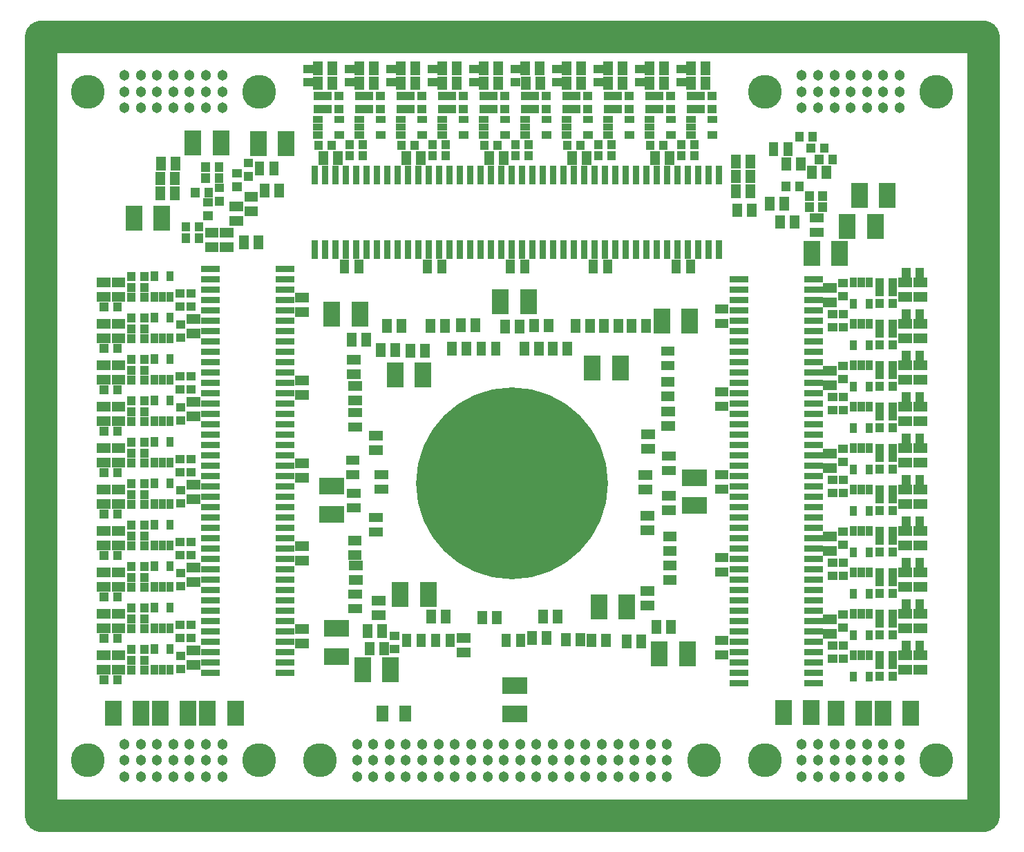
<source format=gbr>
G04 start of page 11 for group -4062 idx -4062 *
G04 Title: HETEPTANA, soldermask *
G04 Creator: pcb 1.99z *
G04 CreationDate: Mo 30 Mär 2015 16:46:13 GMT UTC *
G04 For: stephan *
G04 Format: Gerber/RS-274X *
G04 PCB-Dimensions (mil): 5511.81 4724.41 *
G04 PCB-Coordinate-Origin: lower left *
%MOIN*%
%FSLAX25Y25*%
%LNBOTTOMMASK*%
%ADD160R,0.0560X0.0560*%
%ADD159R,0.0800X0.0800*%
%ADD158C,0.1575*%
%ADD157R,0.0410X0.0410*%
%ADD156R,0.0400X0.0400*%
%ADD155R,0.0340X0.0340*%
%ADD154R,0.0460X0.0460*%
%ADD153R,0.0300X0.0300*%
%ADD152C,0.9260*%
%ADD151C,0.1181*%
%ADD150C,0.0531*%
%ADD149C,0.1635*%
%ADD148C,0.0513*%
G54D148*X263780Y66929D03*
X271654D03*
X279528D03*
X287402D03*
X295276D03*
X303150D03*
X311024D03*
X318898D03*
X326772D03*
X334646D03*
X342520D03*
X350394D03*
X255906D03*
Y74803D03*
X240157D03*
X248031D03*
X263780D03*
X271654D03*
X279528D03*
X287402D03*
X295276D03*
X303150D03*
X311024D03*
X318898D03*
X326772D03*
X334646D03*
X342520D03*
X350394D03*
X263780Y82677D03*
X271654D03*
X279528D03*
X287402D03*
X295276D03*
X303150D03*
X311024D03*
X318898D03*
X326772D03*
X334646D03*
X342520D03*
X350394D03*
G54D149*X368110Y74803D03*
X397638D03*
G54D148*X415354Y82677D03*
Y74803D03*
Y66929D03*
G54D149*X480315Y74803D03*
G54D148*X462598Y82677D03*
X454724D03*
X462598Y74803D03*
Y66929D03*
X438976Y82677D03*
X431102D03*
X423228D03*
X438976Y74803D03*
X431102D03*
X423228D03*
X446850Y82677D03*
X454724Y74803D03*
X446850D03*
X454724Y66929D03*
X446850D03*
X438976D03*
X431102D03*
X423228D03*
G54D149*X480315Y397638D03*
G54D148*X462598Y389764D03*
Y397638D03*
G54D149*X397638D03*
G54D148*X462598Y405512D03*
X454724D03*
X415354Y389764D03*
X423228D03*
X431102D03*
X415354Y397638D03*
X423228D03*
X431102D03*
X438976Y389764D03*
X446850D03*
X454724D03*
X438976Y397638D03*
X446850D03*
X454724D03*
X423228Y405512D03*
X431102D03*
X438976D03*
X446850D03*
X415354D03*
G54D150*X242126Y428150D03*
X250000D03*
X257874D03*
X265748D03*
G54D151*X275591Y425197D03*
G54D150*X285433Y428150D03*
X293307D03*
X301181D03*
X309055D03*
X316929D03*
X324803D03*
X332677D03*
X340551D03*
X348425D03*
X356299D03*
X364173D03*
X372047D03*
X379921D03*
X399606D03*
X407480D03*
X415354D03*
G54D151*X389764Y425197D03*
G54D150*X423228Y428150D03*
X431102D03*
X438976D03*
X446850D03*
X454724D03*
X462598D03*
X470472D03*
X478346D03*
X486220D03*
X494094D03*
G54D148*X224409Y66929D03*
X232283D03*
X240157D03*
X248031D03*
X200787D03*
X208661D03*
X216535D03*
X208661Y74803D03*
Y82677D03*
X216535Y74803D03*
X224409D03*
X232283D03*
G54D149*X183071D03*
G54D148*X200787D03*
Y82677D03*
X216535D03*
X224409D03*
X232283D03*
X240157D03*
X248031D03*
X255906D03*
G54D150*X187008Y44291D03*
X194882D03*
X202756D03*
X210630D03*
X218504D03*
X226378D03*
X234252D03*
X242126D03*
X250000D03*
X257874D03*
X265748D03*
X285433D03*
G54D151*X275591Y47244D03*
G54D150*X293307Y44291D03*
X301181D03*
X309055D03*
X316929D03*
X324803D03*
X332677D03*
X340551D03*
X348425D03*
X356299D03*
X364173D03*
X372047D03*
X379921D03*
X399606D03*
X407480D03*
X415354D03*
X423228D03*
X431102D03*
G54D151*X389764Y47244D03*
G54D150*X438976Y44291D03*
X446850D03*
X454724D03*
X462598D03*
X470472D03*
X478346D03*
X486220D03*
X494094D03*
G54D151*X503937Y47244D03*
G54D150*X506890Y59055D03*
Y66929D03*
Y74803D03*
Y82677D03*
Y90551D03*
Y98425D03*
Y106299D03*
Y114173D03*
Y122047D03*
Y129921D03*
Y153543D03*
Y161417D03*
Y169291D03*
Y177165D03*
Y185039D03*
Y192913D03*
G54D151*X503937Y141732D03*
G54D150*X506890Y200787D03*
Y208661D03*
Y216535D03*
Y224409D03*
Y248031D03*
Y255906D03*
Y263780D03*
Y271654D03*
G54D151*X503937Y236220D03*
Y330709D03*
G54D150*X506890Y279528D03*
Y287402D03*
Y295276D03*
Y303150D03*
Y311024D03*
Y318898D03*
Y342520D03*
Y350394D03*
Y358268D03*
Y366142D03*
Y374016D03*
Y381890D03*
Y389764D03*
Y397638D03*
Y405512D03*
Y413386D03*
G54D151*X503937Y425197D03*
G54D149*X70866Y397638D03*
G54D148*X88583Y405512D03*
Y397638D03*
Y389764D03*
X96457D03*
X112205Y405512D03*
X104331D03*
X96457D03*
X112205Y397638D03*
X104331D03*
X96457D03*
G54D150*X57087Y428150D03*
X64961D03*
X72835D03*
X80709D03*
G54D149*X153543Y397638D03*
G54D148*X135827Y405512D03*
X127953D03*
X120079D03*
X135827Y397638D03*
X127953D03*
X120079D03*
X127953Y389764D03*
X120079D03*
X112205D03*
X104331D03*
X135827D03*
G54D150*X88583Y428150D03*
X96457D03*
X104331D03*
X112205D03*
X120079D03*
X127953D03*
X135827D03*
X143701D03*
X171260D03*
X179134D03*
X187008D03*
X194882D03*
X202756D03*
X210630D03*
X218504D03*
X226378D03*
X234252D03*
G54D151*X161417Y425197D03*
G54D149*X153543Y74803D03*
G54D148*X135827Y66929D03*
Y74803D03*
Y82677D03*
X127953D03*
X112205Y66929D03*
X120079D03*
X127953D03*
X112205Y74803D03*
X120079D03*
X127953D03*
G54D149*X70866D03*
G54D148*X88583Y66929D03*
X96457D03*
X104331D03*
X88583Y74803D03*
X96457D03*
X104331D03*
X96457Y82677D03*
X104331D03*
X112205D03*
X120079D03*
X88583D03*
G54D150*X57087Y44291D03*
X64961D03*
X72835D03*
X80709D03*
X88583D03*
X96457D03*
G54D151*X47244Y47244D03*
G54D150*X104331Y44291D03*
X112205D03*
X120079D03*
X127953D03*
X135827D03*
X143701D03*
X171260D03*
X179134D03*
G54D151*X161417Y47244D03*
G54D150*X44291Y59055D03*
Y66929D03*
Y74803D03*
Y82677D03*
Y90551D03*
Y98425D03*
Y106299D03*
Y114173D03*
Y122047D03*
Y129921D03*
Y153543D03*
Y161417D03*
Y169291D03*
G54D151*X47244Y141732D03*
G54D150*X44291Y177165D03*
Y185039D03*
Y192913D03*
Y200787D03*
Y208661D03*
Y216535D03*
Y224409D03*
G54D151*X47244Y236220D03*
Y330709D03*
Y425197D03*
G54D150*X44291Y248031D03*
Y255906D03*
Y263780D03*
Y271654D03*
Y279528D03*
Y287402D03*
Y295276D03*
Y303150D03*
Y311024D03*
Y318898D03*
Y342520D03*
Y350394D03*
Y358268D03*
Y366142D03*
Y374016D03*
Y381890D03*
Y389764D03*
Y397638D03*
Y405512D03*
Y413386D03*
G54D152*X275591Y208661D03*
G54D153*X127000Y276941D02*X133000D01*
X127000Y281941D02*X133000D01*
X127000Y286941D02*X133000D01*
X127000Y306941D02*X133000D01*
X127000Y311941D02*X133000D01*
X127000Y291941D02*X133000D01*
X127000Y296941D02*X133000D01*
X127000Y301941D02*X133000D01*
G54D154*X129750Y329441D02*X131750D01*
X129750Y322441D02*X131750D01*
X137000Y329441D02*X139000D01*
X137000Y322441D02*X139000D01*
G54D153*X127000Y241941D02*X133000D01*
X127000Y246941D02*X133000D01*
X127000Y251941D02*X133000D01*
X127000Y256941D02*X133000D01*
X127000Y261941D02*X133000D01*
X127000Y266941D02*X133000D01*
X127000Y271941D02*X133000D01*
X163000Y311941D02*X169000D01*
X163000Y306941D02*X169000D01*
X163000Y301941D02*X169000D01*
X163000Y296941D02*X169000D01*
X163000Y291941D02*X169000D01*
G54D154*X160750Y361441D02*Y359441D01*
X153750Y361441D02*Y359441D01*
X153250Y325941D02*Y323941D01*
X156250Y350941D02*Y348941D01*
X163250Y350941D02*Y348941D01*
X146250Y325941D02*Y323941D01*
X141500Y342191D02*X143500D01*
X141500Y335191D02*X143500D01*
X148750Y346941D02*X150750D01*
X148750Y339941D02*X150750D01*
G54D153*X127000Y236941D02*X133000D01*
X127000Y231941D02*X133000D01*
X127000Y216941D02*X133000D01*
X127000Y221941D02*X133000D01*
X127000Y226941D02*X133000D01*
G54D155*X110700Y229241D02*Y228041D01*
G54D156*X120550Y220141D02*X120950D01*
G54D154*X121000Y240941D02*X123000D01*
G54D156*X115550Y245141D02*X115950D01*
X115550Y238741D02*X115950D01*
G54D153*X163000Y246941D02*X169000D01*
X163000Y241941D02*X169000D01*
X163000Y236941D02*X169000D01*
X163000Y231941D02*X169000D01*
X163000Y226941D02*X169000D01*
X163000Y221941D02*X169000D01*
X163000Y216941D02*X169000D01*
X163000Y211941D02*X169000D01*
X127000Y201941D02*X133000D01*
X127000Y206941D02*X133000D01*
X127000Y211941D02*X133000D01*
G54D154*X121000Y207941D02*X123000D01*
G54D156*X115550Y205141D02*X115950D01*
X115300Y213741D02*X115700D01*
X120550D02*X120950D01*
G54D155*X110700Y199041D02*Y197841D01*
X106900Y199041D02*Y197841D01*
X103100Y199041D02*Y197841D01*
X110700Y189241D02*Y188041D01*
G54D156*X115550Y198741D02*X115950D01*
X115550Y125141D02*X115950D01*
X115550Y118741D02*X115950D01*
X115550Y165141D02*X115950D01*
X115550Y158741D02*X115950D01*
X98200Y208641D02*Y208241D01*
Y203141D02*Y202741D01*
X91800Y208641D02*Y208241D01*
Y198641D02*Y198241D01*
Y203141D02*Y202741D01*
Y188641D02*Y188241D01*
G54D155*X103100Y189241D02*Y188041D01*
G54D156*X98200Y198641D02*Y198241D01*
Y188641D02*Y188241D01*
Y228641D02*Y228241D01*
G54D155*X103100Y229241D02*Y228041D01*
G54D156*X98200Y223141D02*Y222741D01*
X91800Y228641D02*Y228241D01*
Y223141D02*Y222741D01*
X115300Y220141D02*X115700D01*
G54D155*X110700Y219041D02*Y217841D01*
X106900Y219041D02*Y217841D01*
X103100Y219041D02*Y217841D01*
G54D156*X98200Y218641D02*Y218241D01*
X91800Y218641D02*Y218241D01*
G54D155*X110700Y239041D02*Y237841D01*
X106900Y239041D02*Y237841D01*
X110700Y249241D02*Y248041D01*
G54D154*X121000Y247941D02*X123000D01*
X121000Y167941D02*X123000D01*
G54D156*X120550Y140141D02*X120950D01*
X120550Y133741D02*X120950D01*
G54D154*X121000Y200941D02*X123000D01*
G54D156*X120550Y180141D02*X120950D01*
X120550Y173741D02*X120950D01*
G54D155*X103100Y249241D02*Y248041D01*
G54D156*X98200Y248641D02*Y248241D01*
X91800Y248641D02*Y248241D01*
G54D155*X103100Y239041D02*Y237841D01*
G54D156*X98200Y238641D02*Y238241D01*
X91800Y238641D02*Y238241D01*
X98200Y243141D02*Y242741D01*
X91800Y243141D02*Y242741D01*
X98200Y268641D02*Y268241D01*
G54D155*X103100Y269241D02*Y268041D01*
G54D156*X98200Y263141D02*Y262741D01*
X91800Y268641D02*Y268241D01*
Y263141D02*Y262741D01*
G54D155*X103100Y259041D02*Y257841D01*
G54D156*X98200Y258641D02*Y258241D01*
X91800Y258641D02*Y258241D01*
X115300Y253741D02*X115700D01*
X115300Y260141D02*X115700D01*
G54D155*X110700Y259041D02*Y257841D01*
X106900Y259041D02*Y257841D01*
G54D156*X120550Y260141D02*X120950D01*
X120550Y253741D02*X120950D01*
G54D155*X110700Y269241D02*Y268041D01*
X106900Y279041D02*Y277841D01*
X103100Y279041D02*Y277841D01*
G54D156*X98200Y278641D02*Y278241D01*
X91800Y278641D02*Y278241D01*
G54D155*X103100Y289241D02*Y288041D01*
G54D156*X98200Y288641D02*Y288241D01*
X91800Y288641D02*Y288241D01*
X98200Y283141D02*Y282741D01*
X91800Y283141D02*Y282741D01*
G54D157*X85200Y273891D02*Y273491D01*
X78800Y273891D02*Y273491D01*
G54D154*X77500Y285441D02*X79500D01*
X84750D02*X86750D01*
X77500Y278441D02*X79500D01*
X84750D02*X86750D01*
G54D156*X120550Y300141D02*X120950D01*
X120550Y293741D02*X120950D01*
X98200Y308641D02*Y308241D01*
X91800Y308641D02*Y308241D01*
G54D155*X103100Y309241D02*Y308041D01*
X110700Y309241D02*Y308041D01*
G54D156*X115300Y293741D02*X115700D01*
X115300Y300141D02*X115700D01*
G54D155*X110700Y299041D02*Y297841D01*
X106900Y299041D02*Y297841D01*
X103100Y299041D02*Y297841D01*
G54D156*X98200Y298641D02*Y298241D01*
X91800Y298641D02*Y298241D01*
X98200Y303141D02*Y302741D01*
X91800Y303141D02*Y302741D01*
G54D154*X77500Y305441D02*X79500D01*
X77500Y298441D02*X79500D01*
G54D157*X85200Y293891D02*Y293491D01*
X78800Y293891D02*Y293491D01*
G54D155*X110700Y279041D02*Y277841D01*
G54D154*X121000Y280941D02*X123000D01*
G54D155*X110700Y289241D02*Y288041D01*
G54D154*X121000Y287941D02*X123000D01*
G54D158*X48228Y424213D02*Y48228D01*
G54D154*X77500Y205441D02*X79500D01*
X77500Y198441D02*X79500D01*
G54D157*X85200Y213891D02*Y213491D01*
X78800Y213891D02*Y213491D01*
G54D154*X77500Y225441D02*X79500D01*
X77500Y218441D02*X79500D01*
G54D157*X85200Y233891D02*Y233491D01*
Y253891D02*Y253491D01*
X78800Y233891D02*Y233491D01*
G54D154*X77500Y245441D02*X79500D01*
G54D157*X78800Y253891D02*Y253491D01*
G54D154*X77500Y265441D02*X79500D01*
X77500Y258441D02*X79500D01*
X77500Y238441D02*X79500D01*
G54D155*X103100Y209241D02*Y208041D01*
X110700Y209241D02*Y208041D01*
G54D156*X115550Y278741D02*X115950D01*
X115550Y285141D02*X115950D01*
G54D154*X113250Y363941D02*Y361941D01*
X106250Y363941D02*Y361941D01*
X106000Y356691D02*Y354691D01*
Y349441D02*Y347441D01*
X113000Y356691D02*Y354691D01*
Y349441D02*Y347441D01*
X84750Y305441D02*X86750D01*
X84750Y298441D02*X86750D01*
X84750Y265441D02*X86750D01*
X84750Y258441D02*X86750D01*
X84750Y225441D02*X86750D01*
X84750Y218441D02*X86750D01*
X84750Y245441D02*X86750D01*
X84750Y238441D02*X86750D01*
G54D156*X91800Y178641D02*Y178241D01*
Y183141D02*Y182741D01*
G54D154*X84750Y178441D02*X86750D01*
X77500Y165441D02*X79500D01*
X77500Y158441D02*X79500D01*
G54D157*X85200Y173891D02*Y173491D01*
X78800Y173891D02*Y173491D01*
G54D154*X77500Y185441D02*X79500D01*
X77500Y178441D02*X79500D01*
G54D157*X85200Y193891D02*Y193491D01*
X78800Y193891D02*Y193491D01*
G54D154*X84750Y185441D02*X86750D01*
X84750Y205441D02*X86750D01*
X84750Y198441D02*X86750D01*
X84750Y165441D02*X86750D01*
X84750Y158441D02*X86750D01*
X77500Y125441D02*X79500D01*
X77500Y118441D02*X79500D01*
G54D157*X85200Y133891D02*Y133491D01*
X78800Y133891D02*Y133491D01*
G54D154*X77500Y145441D02*X79500D01*
X77500Y138441D02*X79500D01*
G54D157*X85200Y153891D02*Y153491D01*
X78800Y153891D02*Y153491D01*
X85200Y113891D02*Y113491D01*
X78800Y113891D02*Y113491D01*
G54D154*X84750Y145441D02*X86750D01*
X84750Y138441D02*X86750D01*
X84750Y125441D02*X86750D01*
X84750Y118441D02*X86750D01*
G54D153*X127000Y156941D02*X133000D01*
X127000Y151941D02*X133000D01*
X127000Y161941D02*X133000D01*
X127000Y166941D02*X133000D01*
X127000Y116941D02*X133000D01*
X127000Y121941D02*X133000D01*
G54D159*X142183Y99638D02*Y95638D01*
G54D153*X127000Y136941D02*X133000D01*
X127000Y141941D02*X133000D01*
X127000Y146941D02*X133000D01*
X127000Y126941D02*X133000D01*
X127000Y131941D02*X133000D01*
X163000Y166941D02*X169000D01*
X163000Y161941D02*X169000D01*
X163000Y146941D02*X169000D01*
X163000Y141941D02*X169000D01*
X163000Y136941D02*X169000D01*
X163000Y131941D02*X169000D01*
X163000Y156941D02*X169000D01*
X163000Y151941D02*X169000D01*
X163000Y206941D02*X169000D01*
X163000Y201941D02*X169000D01*
X163000Y186941D02*X169000D01*
X163000Y181941D02*X169000D01*
X163000Y176941D02*X169000D01*
X163000Y171941D02*X169000D01*
X163000Y196941D02*X169000D01*
X163000Y191941D02*X169000D01*
G54D159*X186583Y207144D02*X190583D01*
G54D154*X173250Y211191D02*X175250D01*
G54D159*X186583Y193644D02*X190583D01*
G54D154*X209039Y192083D02*X211039D01*
X339945Y192870D02*X341945D01*
X198250Y196691D02*X200250D01*
X339000Y212441D02*X341000D01*
X339000Y205441D02*X341000D01*
X211500Y205691D02*X213500D01*
X211500Y212691D02*X213500D01*
X198250Y203691D02*X200250D01*
G54D153*X163000Y126941D02*X169000D01*
X163000Y121941D02*X169000D01*
X163000Y116941D02*X169000D01*
G54D157*X218800Y128491D02*X219200D01*
G54D159*X188945Y124943D02*X192945D01*
X217000Y120691D02*Y116691D01*
X203500Y120691D02*Y116691D01*
G54D160*X213004Y98441D02*Y96441D01*
X224004Y98441D02*Y96441D01*
G54D159*X188945Y138443D02*X192945D01*
G54D157*X218800Y134891D02*X219200D01*
G54D159*X221596Y156921D02*Y152921D01*
X235096Y156921D02*Y152921D01*
G54D153*X127000Y196941D02*X133000D01*
X127000Y191941D02*X133000D01*
X127000Y171941D02*X133000D01*
X127000Y176941D02*X133000D01*
X127000Y181941D02*X133000D01*
X127000Y186941D02*X133000D01*
G54D156*X115300Y180141D02*X115700D01*
G54D155*X110700Y179041D02*Y177841D01*
X106900Y179041D02*Y177841D01*
X103100Y179041D02*Y177841D01*
G54D156*X98200Y178641D02*Y178241D01*
Y183141D02*Y182741D01*
G54D155*X110700Y159041D02*Y157841D01*
Y169241D02*Y168041D01*
G54D156*X115300Y173741D02*X115700D01*
G54D154*X121000Y160941D02*X123000D01*
G54D155*X106900Y159041D02*Y157841D01*
X110700Y149241D02*Y148041D01*
X103100Y159041D02*Y157841D01*
G54D156*X98200Y158641D02*Y158241D01*
Y148641D02*Y148241D01*
X91800Y148641D02*Y148241D01*
G54D155*X103100Y149241D02*Y148041D01*
Y169241D02*Y168041D01*
G54D156*X91800Y158641D02*Y158241D01*
X98200Y163141D02*Y162741D01*
Y168641D02*Y168241D01*
X91800Y168641D02*Y168241D01*
Y163141D02*Y162741D01*
G54D155*X103100Y129241D02*Y128041D01*
X110700Y129241D02*Y128041D01*
Y139041D02*Y137841D01*
X106900Y139041D02*Y137841D01*
X103100Y139041D02*Y137841D01*
G54D156*X98200Y128641D02*Y128241D01*
Y118641D02*Y118241D01*
Y123141D02*Y122741D01*
Y138641D02*Y138241D01*
Y143141D02*Y142741D01*
X91800Y128641D02*Y128241D01*
Y118641D02*Y118241D01*
Y123141D02*Y122741D01*
Y138641D02*Y138241D01*
Y143141D02*Y142741D01*
G54D159*X119348Y99638D02*Y95638D01*
X128683Y99638D02*Y95638D01*
G54D154*X121000Y120941D02*X123000D01*
G54D159*X105848Y99638D02*Y95638D01*
X83211Y99638D02*Y95638D01*
X96711Y99638D02*Y95638D01*
G54D155*X110700Y119041D02*Y117841D01*
X106900Y119041D02*Y117841D01*
X103100Y119041D02*Y117841D01*
G54D154*X121000Y127941D02*X123000D01*
G54D156*X115300Y133741D02*X115700D01*
X115300Y140141D02*X115700D01*
G54D159*X202222Y292157D02*Y288157D01*
X188722Y292157D02*Y288157D01*
G54D154*X194750Y314191D02*Y312191D01*
X201750Y314191D02*Y312191D01*
X198250Y278941D02*Y276941D01*
X205250Y278941D02*Y276941D01*
X198250Y268191D02*X200250D01*
X184500Y366441D02*Y364441D01*
X191500Y366441D02*Y364441D01*
G54D156*X203700Y366891D02*Y366491D01*
X197300Y366891D02*Y366491D01*
G54D154*X189000Y402691D02*Y400691D01*
G54D157*X197050Y402241D02*X197450D01*
G54D154*X189000Y409941D02*Y407941D01*
X182000Y402691D02*Y400691D01*
Y409941D02*Y407941D01*
G54D157*X177050Y402241D02*X177450D01*
X177050Y408641D02*X177450D01*
G54D154*X209000Y402691D02*Y400691D01*
X202000Y402691D02*Y400691D01*
X209000Y409941D02*Y407941D01*
X202000Y409941D02*Y407941D01*
G54D157*X197050Y408641D02*X197450D01*
G54D159*X219234Y263024D02*Y259024D01*
G54D154*X219248Y273835D02*Y271835D01*
X241750Y314191D02*Y312191D01*
G54D156*X237300Y366891D02*Y366491D01*
G54D154*X222250Y285441D02*Y283441D01*
X236165Y285508D02*Y283508D01*
X243165Y285508D02*Y283508D01*
X226618Y273638D02*Y271638D01*
X233618Y273638D02*Y271638D01*
G54D159*X232734Y263024D02*Y259024D01*
G54D154*X246500Y274441D02*Y272441D01*
X253500Y274441D02*Y272441D01*
X260750Y274441D02*Y272441D01*
X212248Y273835D02*Y271835D01*
X215250Y285441D02*Y283441D01*
X234750Y314191D02*Y312191D01*
X251000Y285941D02*Y283941D01*
X258000Y285941D02*Y283941D01*
X286250Y285691D02*Y283691D01*
X293250Y285691D02*Y283691D01*
X306250Y285441D02*Y283441D01*
X340250Y285441D02*Y283441D01*
X333250Y285441D02*Y283441D01*
X327000Y285441D02*Y283441D01*
X320000Y285441D02*Y283441D01*
X313250Y285441D02*Y283441D01*
G54D153*X163000Y266941D02*X169000D01*
X163000Y261941D02*X169000D01*
X163000Y256941D02*X169000D01*
X163000Y251941D02*X169000D01*
G54D154*X198250Y261191D02*X200250D01*
X199000Y248441D02*X201000D01*
X199000Y255441D02*X201000D01*
X208843Y224453D02*X210843D01*
X208843Y231453D02*X210843D01*
X199000Y235691D02*X201000D01*
X199000Y242691D02*X201000D01*
X173250Y218191D02*X175250D01*
X173250Y251191D02*X175250D01*
X173250Y258191D02*X175250D01*
X197750Y212691D02*X199750D01*
X197750Y219691D02*X199750D01*
G54D153*X163000Y286941D02*X169000D01*
X163000Y281941D02*X169000D01*
X163000Y276941D02*X169000D01*
X163000Y271941D02*X169000D01*
G54D154*X173250Y291191D02*X175250D01*
X173250Y298191D02*X175250D01*
X274750Y314191D02*Y312191D01*
X281750Y314191D02*Y312191D01*
X314750Y314191D02*Y312191D01*
X321750Y314191D02*Y312191D01*
X304500Y366441D02*Y364441D01*
X311500Y366441D02*Y364441D01*
G54D156*X323700Y366891D02*Y366491D01*
X317300Y366891D02*Y366491D01*
G54D154*X340339Y232240D02*X342339D01*
X340339Y225240D02*X342339D01*
X281500Y274441D02*Y272441D01*
X272250Y285191D02*Y283191D01*
X279250Y285191D02*Y283191D01*
X267750Y274441D02*Y272441D01*
X288500Y274441D02*Y272441D01*
X295250Y274441D02*Y272441D01*
X302250Y274441D02*Y272441D01*
G54D160*X273803Y248610D02*X275803D01*
X273803Y237610D02*X275803D01*
G54D154*X224500Y366441D02*Y364441D01*
G54D156*X243700Y366891D02*Y366491D01*
G54D154*X229000Y402691D02*Y400691D01*
X222000Y402691D02*Y400691D01*
G54D157*X237050Y402241D02*X237450D01*
G54D154*X231500Y366441D02*Y364441D01*
X264500Y366441D02*Y364441D01*
X271500Y366441D02*Y364441D01*
G54D156*X283700Y366891D02*Y366491D01*
X277300Y366891D02*Y366491D01*
G54D154*X269000Y402691D02*Y400691D01*
X262000Y402691D02*Y400691D01*
X249000Y402691D02*Y400691D01*
X242000Y402691D02*Y400691D01*
G54D157*X257050Y402241D02*X257450D01*
X277050D02*X277450D01*
X217050D02*X217450D01*
G54D154*X289250Y402691D02*Y400691D01*
X282250Y402691D02*Y400691D01*
X309000Y402691D02*Y400691D01*
X302000Y402691D02*Y400691D01*
G54D157*X317050Y402241D02*X317450D01*
X297050D02*X297450D01*
G54D154*X329000Y402691D02*Y400691D01*
Y409941D02*Y407941D01*
X322000Y402691D02*Y400691D01*
Y409941D02*Y407941D01*
G54D157*X317050Y408641D02*X317450D01*
G54D154*X342000Y402691D02*Y400691D01*
G54D157*X337050Y402241D02*X337450D01*
X337050Y408641D02*X337450D01*
G54D154*X309000Y409941D02*Y407941D01*
X302000Y409941D02*Y407941D01*
G54D157*X297050Y408641D02*X297450D01*
G54D154*X289000Y409941D02*Y407941D01*
X282000Y409941D02*Y407941D01*
G54D157*X277050Y408641D02*X277450D01*
G54D154*X269000Y409941D02*Y407941D01*
X262000Y409941D02*Y407941D01*
G54D157*X257050Y408641D02*X257450D01*
G54D154*X249000Y409941D02*Y407941D01*
X242000Y409941D02*Y407941D01*
G54D157*X237050Y408641D02*X237450D01*
G54D154*X229000Y409941D02*Y407941D01*
X222000Y409941D02*Y407941D01*
G54D157*X217050Y408641D02*X217450D01*
G54D153*X260500Y360441D02*Y354441D01*
X255500Y360441D02*Y354441D01*
X265500Y360441D02*Y354441D01*
X240500Y360441D02*Y354441D01*
X245500Y360441D02*Y354441D01*
X250500Y360441D02*Y354441D01*
X270500Y324441D02*Y318441D01*
X265500Y324441D02*Y318441D01*
X250500Y324441D02*Y318441D01*
X245500Y324441D02*Y318441D01*
X240500Y324441D02*Y318441D01*
X235500Y324441D02*Y318441D01*
X260500Y324441D02*Y318441D01*
X255500Y324441D02*Y318441D01*
G54D156*X228700Y371891D02*Y371491D01*
X237300Y372141D02*Y371741D01*
X243700Y372141D02*Y371741D01*
X222300Y371891D02*Y371491D01*
G54D155*X221400Y376741D02*X222600D01*
X221400Y380541D02*X222600D01*
X221400Y384341D02*X222600D01*
X231600Y376741D02*X232800D01*
X251600Y384341D02*X252800D01*
X251600Y376741D02*X252800D01*
X241400D02*X242600D01*
X241400Y380541D02*X242600D01*
X241400Y384341D02*X242600D01*
G54D153*X220500Y360441D02*Y354441D01*
X215500Y360441D02*Y354441D01*
X190500Y360441D02*Y354441D01*
X195500Y360441D02*Y354441D01*
X225500Y360441D02*Y354441D01*
X230500Y360441D02*Y354441D01*
X235500Y360441D02*Y354441D01*
X200500Y360441D02*Y354441D01*
X205500Y360441D02*Y354441D01*
X210500Y360441D02*Y354441D01*
X230500Y324441D02*Y318441D01*
X225500Y324441D02*Y318441D01*
X210500Y324441D02*Y318441D01*
X205500Y324441D02*Y318441D01*
X200500Y324441D02*Y318441D01*
X195500Y324441D02*Y318441D01*
X220500Y324441D02*Y318441D01*
X215500Y324441D02*Y318441D01*
X190500Y324441D02*Y318441D01*
X185500Y324441D02*Y318441D01*
X180500Y324441D02*Y318441D01*
G54D155*X231600Y384341D02*X232800D01*
G54D156*X231800Y389241D02*X232200D01*
X231800Y395641D02*X232200D01*
X251800Y389241D02*X252200D01*
X251800Y395641D02*X252200D01*
X241800Y389241D02*X242200D01*
X241800Y395641D02*X242200D01*
X246300D02*X246700D01*
X246300Y389241D02*X246700D01*
G54D155*X211600Y384341D02*X212800D01*
X211600Y376741D02*X212800D01*
X191600D02*X192800D01*
G54D156*X197300Y372141D02*Y371741D01*
X203700Y372141D02*Y371741D01*
G54D155*X201400Y376741D02*X202600D01*
X201400Y380541D02*X202600D01*
X201400Y384341D02*X202600D01*
G54D156*X221800Y389241D02*X222200D01*
X226300D02*X226700D01*
X211800D02*X212200D01*
X221800Y395641D02*X222200D01*
X226300D02*X226700D01*
X211800D02*X212200D01*
X201800Y389241D02*X202200D01*
X201800Y395641D02*X202200D01*
X206300Y389241D02*X206700D01*
X206300Y395641D02*X206700D01*
X188700Y371891D02*Y371491D01*
X182300Y371891D02*Y371491D01*
G54D155*X191600Y384341D02*X192800D01*
G54D156*X191800Y389241D02*X192200D01*
X191800Y395641D02*X192200D01*
G54D155*X181400Y376741D02*X182600D01*
X181400Y380541D02*X182600D01*
X181400Y384341D02*X182600D01*
G54D159*X166593Y374638D02*Y370638D01*
G54D156*X181800Y389241D02*X182200D01*
X181800Y395641D02*X182200D01*
X186300Y389241D02*X186700D01*
X186300Y395641D02*X186700D01*
G54D158*X48228Y424213D02*X502953D01*
G54D153*X180500Y360441D02*Y354441D01*
X185500Y360441D02*Y354441D01*
G54D157*X414200Y352141D02*Y351741D01*
X407800Y352141D02*Y351741D01*
X148300Y363141D02*X148700D01*
X148300Y356741D02*X148700D01*
X142800Y358141D02*X143200D01*
X142800Y351741D02*X143200D01*
G54D159*X135191Y374744D02*Y370744D01*
X121691Y374744D02*Y370744D01*
X153093Y374638D02*Y370638D01*
G54D157*X134300Y351141D02*X134700D01*
X129200Y349141D02*Y348741D01*
X134200Y356141D02*Y355741D01*
Y361391D02*Y360991D01*
X128800Y344141D02*X129200D01*
X127800Y356141D02*Y355741D01*
Y361391D02*Y360991D01*
X118300Y332641D02*Y332241D01*
X124700Y332641D02*Y332241D01*
G54D159*X106750Y338441D02*Y334441D01*
X93250Y338441D02*Y334441D01*
G54D157*X128800Y337741D02*X129200D01*
X134300Y344741D02*X134700D01*
X122800Y349141D02*Y348741D01*
X124700Y327141D02*Y326741D01*
X118300Y327141D02*Y326741D01*
G54D153*X300500Y360441D02*Y354441D01*
X295500Y360441D02*Y354441D01*
X320500Y360441D02*Y354441D01*
X325500Y360441D02*Y354441D01*
X330500Y360441D02*Y354441D01*
X335500Y360441D02*Y354441D01*
X305500Y360441D02*Y354441D01*
X310500Y360441D02*Y354441D01*
X315500Y360441D02*Y354441D01*
X290500Y324441D02*Y318441D01*
X285500Y324441D02*Y318441D01*
X280500Y324441D02*Y318441D01*
X275500Y324441D02*Y318441D01*
X300500Y324441D02*Y318441D01*
X295500Y324441D02*Y318441D01*
G54D159*X283522Y298063D02*Y294063D01*
X270022Y298063D02*Y294063D01*
G54D153*X310500Y324441D02*Y318441D01*
X305500Y324441D02*Y318441D01*
X375500Y324441D02*Y318441D01*
X370500Y324441D02*Y318441D01*
X365500Y324441D02*Y318441D01*
X360500Y324441D02*Y318441D01*
X355500Y324441D02*Y318441D01*
Y360441D02*Y354441D01*
X360500Y360441D02*Y354441D01*
X340500Y360441D02*Y354441D01*
X345500Y360441D02*Y354441D01*
X350500Y360441D02*Y354441D01*
X375500Y360441D02*Y354441D01*
X365500Y360441D02*Y354441D01*
X370500Y360441D02*Y354441D01*
X350500Y324441D02*Y318441D01*
X345500Y324441D02*Y318441D01*
G54D159*X347778Y288811D02*Y284811D01*
X361278Y288811D02*Y284811D01*
G54D153*X270500Y360441D02*Y354441D01*
X275500Y360441D02*Y354441D01*
G54D156*X268700Y371891D02*Y371491D01*
G54D153*X280500Y360441D02*Y354441D01*
X285500Y360441D02*Y354441D01*
X290500Y360441D02*Y354441D01*
G54D156*X277300Y372141D02*Y371741D01*
X283700Y372141D02*Y371741D01*
G54D155*X281400Y376741D02*X282600D01*
X291600D02*X292800D01*
G54D156*X262300Y371891D02*Y371491D01*
G54D155*X261400Y376741D02*X262600D01*
X271600D02*X272800D01*
X271600Y384341D02*X272800D01*
G54D156*X271800Y389241D02*X272200D01*
X271800Y395641D02*X272200D01*
G54D155*X261400Y380541D02*X262600D01*
X261400Y384341D02*X262600D01*
G54D156*X261800Y389241D02*X262200D01*
X261800Y395641D02*X262200D01*
X266300Y389241D02*X266700D01*
X266300Y395641D02*X266700D01*
X291800Y389241D02*X292200D01*
G54D155*X291600Y384341D02*X292800D01*
G54D156*X286300Y389241D02*X286700D01*
X291800Y395641D02*X292200D01*
X281800D02*X282200D01*
X286300D02*X286700D01*
G54D155*X281400Y380541D02*X282600D01*
X281400Y384341D02*X282600D01*
G54D156*X281800Y389241D02*X282200D01*
X308700Y371891D02*Y371491D01*
G54D155*X311600Y376741D02*X312800D01*
G54D156*X317300Y372141D02*Y371741D01*
X302300Y371891D02*Y371491D01*
G54D155*X301400Y376741D02*X302600D01*
X301400Y380541D02*X302600D01*
X301400Y384341D02*X302600D01*
X311600D02*X312800D01*
G54D156*X311800Y389241D02*X312200D01*
X311800Y395641D02*X312200D01*
X301800Y389241D02*X302200D01*
X306300D02*X306700D01*
X331800D02*X332200D01*
X321800D02*X322200D01*
X326300D02*X326700D01*
X301800Y395641D02*X302200D01*
X306300D02*X306700D01*
X331800D02*X332200D01*
X321800D02*X322200D01*
X326300D02*X326700D01*
X323700Y372141D02*Y371741D01*
G54D155*X321400Y376741D02*X322600D01*
X321400Y380541D02*X322600D01*
X321400Y384341D02*X322600D01*
X331600D02*X332800D01*
X341400D02*X342600D01*
G54D156*X341800Y389241D02*X342200D01*
X346300D02*X346700D01*
G54D155*X331600Y376741D02*X332800D01*
X341400D02*X342600D01*
X341400Y380541D02*X342600D01*
G54D156*X348700Y371891D02*Y371491D01*
X342300Y371891D02*Y371491D01*
G54D155*X351600Y376741D02*X352800D01*
G54D156*X351800Y389241D02*X352200D01*
X351800Y395641D02*X352200D01*
X341800D02*X342200D01*
X346300D02*X346700D01*
G54D155*X351600Y384341D02*X352800D01*
G54D156*X371800Y395641D02*X372200D01*
X357300Y372141D02*Y371741D01*
X363700Y372141D02*Y371741D01*
G54D155*X361400Y376741D02*X362600D01*
G54D156*X371800Y389241D02*X372200D01*
G54D155*X371600Y384341D02*X372800D01*
X371600Y376741D02*X372800D01*
X361400Y380541D02*X362600D01*
X361400Y384341D02*X362600D01*
G54D156*X361800Y389241D02*X362200D01*
X361800Y395641D02*X362200D01*
X366300Y389241D02*X366700D01*
X366300Y395641D02*X366700D01*
G54D157*X357050Y402241D02*X357450D01*
X357050Y408641D02*X357450D01*
G54D154*X369000Y409941D02*Y407941D01*
X362000Y409941D02*Y407941D01*
G54D153*X340500Y324441D02*Y318441D01*
X335500Y324441D02*Y318441D01*
X330500Y324441D02*Y318441D01*
X325500Y324441D02*Y318441D01*
X320500Y324441D02*Y318441D01*
X315500Y324441D02*Y318441D01*
G54D159*X327813Y266173D02*Y262173D01*
X314313Y266173D02*Y262173D01*
G54D153*X418000Y226941D02*X424000D01*
X418000Y231941D02*X424000D01*
X418000Y221941D02*X424000D01*
X418000Y246941D02*X424000D01*
X418000Y241941D02*X424000D01*
X418000Y236941D02*X424000D01*
X382000Y216941D02*X388000D01*
X382000Y221941D02*X388000D01*
X382000Y236941D02*X388000D01*
X382000Y241941D02*X388000D01*
X382000Y246941D02*X388000D01*
X382000Y251941D02*X388000D01*
X382000Y226941D02*X388000D01*
X382000Y231941D02*X388000D01*
G54D156*X435050Y258741D02*X435450D01*
X435300Y250141D02*X435700D01*
X435300Y243741D02*X435700D01*
X435050Y265141D02*X435450D01*
G54D155*X440300Y266041D02*Y264841D01*
X444100Y266041D02*Y264841D01*
X447900Y266041D02*Y264841D01*
X440300Y255841D02*Y254641D01*
X447900Y235841D02*Y234641D01*
X440300Y235841D02*Y234641D01*
Y246041D02*Y244841D01*
X444100Y246041D02*Y244841D01*
X447900Y246041D02*Y244841D01*
G54D153*X418000Y266941D02*X424000D01*
X418000Y271941D02*X424000D01*
X418000Y296941D02*X424000D01*
X418000Y291941D02*X424000D01*
X418000Y261941D02*X424000D01*
X418000Y256941D02*X424000D01*
X418000Y251941D02*X424000D01*
X418000Y286941D02*X424000D01*
X418000Y281941D02*X424000D01*
X418000Y276941D02*X424000D01*
X382000Y256941D02*X388000D01*
X382000Y261941D02*X388000D01*
X382000Y276941D02*X388000D01*
X382000Y281941D02*X388000D01*
X382000Y286941D02*X388000D01*
X382000Y291941D02*X388000D01*
X382000Y266941D02*X388000D01*
X382000Y271941D02*X388000D01*
X382000Y296941D02*X388000D01*
X382000Y301941D02*X388000D01*
X382000Y306941D02*X388000D01*
G54D155*X447900Y275841D02*Y274641D01*
X440300Y275841D02*Y274641D01*
Y295841D02*Y294641D01*
G54D156*X435300Y290141D02*X435700D01*
X435300Y283741D02*X435700D01*
G54D155*X440300Y286041D02*Y284841D01*
X444100Y286041D02*Y284841D01*
X447900Y286041D02*Y284841D01*
G54D156*X435050Y298741D02*X435450D01*
X435050Y305141D02*X435450D01*
G54D155*X447900Y295841D02*Y294641D01*
G54D156*X452800Y295641D02*Y295241D01*
X459200Y295641D02*Y295241D01*
G54D155*X440300Y306041D02*Y304841D01*
X444100Y306041D02*Y304841D01*
X447900Y306041D02*Y304841D01*
G54D156*X452800Y305641D02*Y305241D01*
X459200Y305641D02*Y305241D01*
X452800Y301141D02*Y300741D01*
X459200Y301141D02*Y300741D01*
G54D153*X418000Y306941D02*X424000D01*
X418000Y301941D02*X424000D01*
G54D159*X420219Y321488D02*Y317488D01*
X433719Y321488D02*Y317488D01*
G54D157*X425450Y342141D02*Y341741D01*
X419050Y342141D02*Y341741D01*
Y347391D02*Y346991D01*
X425450Y347391D02*Y346991D01*
X420700Y376141D02*Y375741D01*
X419800Y370641D02*Y370241D01*
X414300Y376141D02*Y375741D01*
X430200Y365141D02*Y364741D01*
X423800Y365141D02*Y364741D01*
X426200Y370641D02*Y370241D01*
G54D159*X437344Y334480D02*Y330480D01*
X450844Y334480D02*Y330480D01*
X443250Y349638D02*Y345638D01*
X456750Y349638D02*Y345638D01*
G54D155*X447900Y255841D02*Y254641D01*
G54D156*X452800Y255641D02*Y255241D01*
X459200Y255641D02*Y255241D01*
X452800Y235641D02*Y235241D01*
X459200Y235641D02*Y235241D01*
X452800Y245641D02*Y245241D01*
X459200Y245641D02*Y245241D01*
Y241141D02*Y240741D01*
X452800Y241141D02*Y240741D01*
Y265641D02*Y265241D01*
Y261141D02*Y260741D01*
Y275641D02*Y275241D01*
X459200Y265641D02*Y265241D01*
Y261141D02*Y260741D01*
Y275641D02*Y275241D01*
X452800Y285641D02*Y285241D01*
Y281141D02*Y280741D01*
X459200Y281141D02*Y280741D01*
Y285641D02*Y285241D01*
G54D157*X465800Y290391D02*Y289991D01*
X472200Y290391D02*Y289991D01*
X465800Y310391D02*Y309991D01*
X472200Y310391D02*Y309991D01*
G54D154*X471500Y298441D02*X473500D01*
X471500Y305441D02*X473500D01*
X464250Y298441D02*X466250D01*
X464250Y305441D02*X466250D01*
X471500Y278441D02*X473500D01*
X471500Y285441D02*X473500D01*
X464250Y278441D02*X466250D01*
X464250Y285441D02*X466250D01*
G54D157*X465800Y270391D02*Y269991D01*
Y250391D02*Y249991D01*
Y230391D02*Y229991D01*
X472200Y270391D02*Y269991D01*
G54D154*X471500Y258441D02*X473500D01*
X471500Y265441D02*X473500D01*
G54D157*X472200Y250391D02*Y249991D01*
G54D154*X471500Y238441D02*X473500D01*
X471500Y245441D02*X473500D01*
G54D157*X472200Y230391D02*Y229991D01*
G54D154*X471500Y218441D02*X473500D01*
X471500Y225441D02*X473500D01*
G54D159*X346596Y128378D02*Y124378D01*
X360096Y128378D02*Y124378D01*
G54D154*X352250Y140191D02*Y138191D01*
X345250Y140191D02*Y138191D01*
G54D159*X330963Y151016D02*Y147016D01*
X317463Y151016D02*Y147016D01*
G54D154*X339945Y149650D02*X341945D01*
X314000Y133691D02*Y131691D01*
X321000Y133691D02*Y131691D01*
X338000Y133191D02*Y131191D01*
X331000Y133191D02*Y131191D01*
X290500Y145191D02*Y143191D01*
X297500Y145191D02*Y143191D01*
X268264Y144701D02*Y142701D01*
X261264Y144701D02*Y142701D01*
X173250Y171191D02*X175250D01*
X173250Y178191D02*X175250D01*
X198750Y173941D02*X200750D01*
X198750Y180941D02*X200750D01*
X199250Y168941D02*X201250D01*
X209039Y185083D02*X211039D01*
X199000Y148075D02*X201000D01*
X199000Y155075D02*X201000D01*
X199250Y161941D02*X201250D01*
X210220Y151925D02*X212220D01*
X210220Y144925D02*X212220D01*
X236461Y145291D02*Y143291D01*
X243461Y145291D02*Y143291D01*
G54D159*X274772Y110884D02*X278772D01*
X274772Y97384D02*X278772D01*
G54D158*X48228Y48228D02*X502953D01*
G54D154*X464250Y118441D02*X466250D01*
X279750Y133691D02*Y131691D01*
X272750Y133691D02*Y131691D01*
X285250Y134941D02*Y132941D01*
X375750Y132691D02*X377750D01*
X375750Y125691D02*X377750D01*
X464250Y125441D02*X466250D01*
G54D157*X465800Y130391D02*Y129991D01*
X472200Y130391D02*Y129991D01*
G54D154*X301618Y134071D02*Y132071D01*
X308618Y134071D02*Y132071D01*
X292250Y134941D02*Y132941D01*
X251362Y126815D02*X253362D01*
X251362Y133815D02*X253362D01*
X231750Y133691D02*Y131691D01*
X245750Y133691D02*Y131691D01*
X238750Y133691D02*Y131691D01*
X224750Y133691D02*Y131691D01*
X213933Y129740D02*Y127740D01*
X206933Y129740D02*Y127740D01*
X173250Y131191D02*X175250D01*
X173250Y138191D02*X175250D01*
X206000D02*Y136191D01*
X213000Y138191D02*Y136191D01*
G54D153*X382000Y136941D02*X388000D01*
X382000Y141941D02*X388000D01*
X382000Y161941D02*X388000D01*
X382000Y166941D02*X388000D01*
X382000Y171941D02*X388000D01*
X382000Y146941D02*X388000D01*
X382000Y151941D02*X388000D01*
G54D154*X375750Y172691D02*X377750D01*
X350750Y161941D02*X352750D01*
X339945Y156650D02*X341945D01*
X339945Y185870D02*X341945D01*
X350750Y182941D02*X352750D01*
X350750Y175941D02*X352750D01*
X350750Y168941D02*X352750D01*
X471500Y178441D02*X473500D01*
X471500Y185441D02*X473500D01*
G54D157*X465800Y170391D02*Y169991D01*
X472200Y170391D02*Y169991D01*
G54D154*X471500Y158441D02*X473500D01*
X471500Y165441D02*X473500D01*
G54D157*X472200Y150391D02*Y149991D01*
G54D154*X471500Y138441D02*X473500D01*
X471500Y145441D02*X473500D01*
G54D153*X382000Y156941D02*X388000D01*
G54D154*X464250Y158441D02*X466250D01*
X375750Y165691D02*X377750D01*
X464250Y165441D02*X466250D01*
X464250Y138441D02*X466250D01*
X464250Y145441D02*X466250D01*
G54D157*X465800Y150391D02*Y149991D01*
G54D153*X418000Y186941D02*X424000D01*
X418000Y191941D02*X424000D01*
X418000Y166941D02*X424000D01*
X418000Y161941D02*X424000D01*
X418000Y156941D02*X424000D01*
X418000Y151941D02*X424000D01*
X418000Y181941D02*X424000D01*
X418000Y176941D02*X424000D01*
X418000Y171941D02*X424000D01*
X382000Y176941D02*X388000D01*
X382000Y181941D02*X388000D01*
X382000Y186941D02*X388000D01*
X382000Y191941D02*X388000D01*
X382000Y196941D02*X388000D01*
X382000Y201941D02*X388000D01*
X382000Y206941D02*X388000D01*
G54D154*X375750Y212691D02*X377750D01*
G54D159*X361583Y211278D02*X365583D01*
X361583Y197778D02*X365583D01*
G54D153*X382000Y211941D02*X388000D01*
G54D154*X375750Y205691D02*X377750D01*
G54D153*X418000Y216941D02*X424000D01*
X418000Y211941D02*X424000D01*
G54D154*X428000Y215941D02*X430000D01*
G54D156*X435050Y218741D02*X435450D01*
X435300Y210141D02*X435700D01*
X430050D02*X430450D01*
X435050Y225141D02*X435450D01*
G54D154*X428000Y222941D02*X430000D01*
G54D155*X440300Y226041D02*Y224841D01*
Y215841D02*Y214641D01*
G54D156*X452800Y195641D02*Y195241D01*
G54D155*X444100Y206041D02*Y204841D01*
X447900Y206041D02*Y204841D01*
G54D156*X452800Y205641D02*Y205241D01*
G54D155*X447900Y195841D02*Y194641D01*
G54D156*X452800Y201141D02*Y200741D01*
G54D153*X418000Y206941D02*X424000D01*
X418000Y201941D02*X424000D01*
G54D156*X435300Y203741D02*X435700D01*
G54D155*X440300Y206041D02*Y204841D01*
Y195841D02*Y194641D01*
G54D153*X418000Y196941D02*X424000D01*
G54D156*X430050Y203741D02*X430450D01*
G54D154*X350250Y202441D02*X352250D01*
X350250Y195441D02*X352250D01*
X350250Y214691D02*X352250D01*
X350250Y221691D02*X352250D01*
X350000Y236191D02*X352000D01*
X349787Y272398D02*X351787D01*
X349787Y265398D02*X351787D01*
X349750Y257441D02*X351750D01*
X349750Y250441D02*X351750D01*
X350000Y243191D02*X352000D01*
X375750Y245691D02*X377750D01*
X375750Y252691D02*X377750D01*
G54D156*X459200Y195641D02*Y195241D01*
Y201141D02*Y200741D01*
G54D154*X464250Y198441D02*X466250D01*
X471500D02*X473500D01*
G54D157*X465800Y190391D02*Y189991D01*
X472200Y190391D02*Y189991D01*
G54D154*X464250Y225441D02*X466250D01*
X464250Y238441D02*X466250D01*
X464250Y245441D02*X466250D01*
X464250Y258441D02*X466250D01*
X464250Y265441D02*X466250D01*
G54D156*X459200Y205641D02*Y205241D01*
G54D154*X464250Y205441D02*X466250D01*
X464250Y218441D02*X466250D01*
G54D157*X465800Y210391D02*Y209991D01*
X472200Y210391D02*Y209991D01*
G54D154*X471500Y205441D02*X473500D01*
G54D158*X502953Y424213D02*Y48228D01*
G54D154*X344500Y366441D02*Y364441D01*
X351500Y366441D02*Y364441D01*
X349000Y402691D02*Y400691D01*
X369000Y402691D02*Y400691D01*
X362000Y402691D02*Y400691D01*
X349000Y409941D02*Y407941D01*
X342000Y409941D02*Y407941D01*
X354750Y314191D02*Y312191D01*
X361750Y314191D02*Y312191D01*
X375750Y292691D02*X377750D01*
X375750Y285691D02*X377750D01*
G54D156*X363700Y366891D02*Y366491D01*
X357300Y366891D02*Y366491D01*
G54D154*X390500Y364941D02*Y362941D01*
X383500Y364941D02*Y362941D01*
X390500Y357691D02*Y355691D01*
X383500Y357691D02*Y355691D01*
X390500Y350441D02*Y348441D01*
X383500Y350441D02*Y348441D01*
X384295Y341418D02*Y339418D01*
X391295Y341418D02*Y339418D01*
G54D155*X447900Y215841D02*Y214641D01*
G54D156*X452800Y215641D02*Y215241D01*
X459200Y215641D02*Y215241D01*
G54D155*X444100Y226041D02*Y224841D01*
X447900Y226041D02*Y224841D01*
G54D156*X452800Y225641D02*Y225241D01*
X459200Y225641D02*Y225241D01*
X452800Y221141D02*Y220741D01*
X459200Y221141D02*Y220741D01*
G54D154*X428000Y302941D02*X430000D01*
X428000Y295941D02*X430000D01*
G54D156*X430050Y283741D02*X430450D01*
X430050Y290141D02*X430450D01*
G54D154*X421500Y329691D02*X423500D01*
X421500Y336691D02*X423500D01*
X427250Y359691D02*Y357691D01*
X420250Y359691D02*Y357691D01*
X412000Y335691D02*Y333691D01*
X408750Y370941D02*Y368941D01*
X401750Y370941D02*Y368941D01*
X415000Y363691D02*Y361691D01*
X408000Y363691D02*Y361691D01*
X405000Y335691D02*Y333691D01*
X407000Y344441D02*Y342441D01*
X400000Y344441D02*Y342441D01*
X428000Y262941D02*X430000D01*
X428000Y255941D02*X430000D01*
G54D156*X430050Y243741D02*X430450D01*
X430050Y250141D02*X430450D01*
G54D153*X418000Y146941D02*X424000D01*
X418000Y141941D02*X424000D01*
X418000Y136941D02*X424000D01*
X418000Y131941D02*X424000D01*
X418000Y126941D02*X424000D01*
X418000Y111941D02*X424000D01*
G54D159*X419939Y99835D02*Y95835D01*
G54D153*X418000Y121941D02*X424000D01*
X418000Y116941D02*X424000D01*
X382000Y111941D02*X388000D01*
X382000Y116941D02*X388000D01*
X382000Y121941D02*X388000D01*
X382000Y126941D02*X388000D01*
X382000Y131941D02*X388000D01*
G54D159*X406439Y99835D02*Y95835D01*
G54D156*X435050Y178741D02*X435450D01*
G54D155*X440300Y175841D02*Y174641D01*
G54D156*X435300Y170141D02*X435700D01*
X430050D02*X430450D01*
X435050Y185141D02*X435450D01*
G54D155*X440300Y186041D02*Y184841D01*
X444100Y186041D02*Y184841D01*
X447900Y186041D02*Y184841D01*
G54D154*X428000Y182941D02*X430000D01*
X428000Y175941D02*X430000D01*
G54D155*X447900Y175841D02*Y174641D01*
G54D156*X452800Y175641D02*Y175241D01*
Y185641D02*Y185241D01*
Y181141D02*Y180741D01*
Y155641D02*Y155241D01*
Y165641D02*Y165241D01*
Y161141D02*Y160741D01*
X435300Y163741D02*X435700D01*
G54D155*X440300Y166041D02*Y164841D01*
X444100Y166041D02*Y164841D01*
X447900Y166041D02*Y164841D01*
Y155841D02*Y154641D01*
Y146041D02*Y144841D01*
G54D156*X452800Y145641D02*Y145241D01*
Y141141D02*Y140741D01*
G54D155*X440300Y155841D02*Y154641D01*
Y146041D02*Y144841D01*
X444100Y146041D02*Y144841D01*
G54D156*X430050Y163741D02*X430450D01*
G54D154*X428000Y142941D02*X430000D01*
G54D156*X459200Y185641D02*Y185241D01*
Y181141D02*Y180741D01*
Y155641D02*Y155241D01*
Y165641D02*Y165241D01*
Y161141D02*Y160741D01*
Y175641D02*Y175241D01*
G54D154*X464250Y178441D02*X466250D01*
X464250Y185441D02*X466250D01*
G54D156*X435050Y138741D02*X435450D01*
X435050Y145141D02*X435450D01*
G54D154*X428000Y135941D02*X430000D01*
G54D156*X430050Y123741D02*X430450D01*
X430050Y130141D02*X430450D01*
X435300D02*X435700D01*
X435300Y123741D02*X435700D01*
G54D155*X440300Y126041D02*Y124841D01*
X444100Y126041D02*Y124841D01*
X440300Y135841D02*Y134641D01*
Y115841D02*Y114641D01*
G54D159*X445333Y99638D02*Y95638D01*
X431833Y99638D02*Y95638D01*
G54D156*X452800Y135641D02*Y135241D01*
X459200Y135641D02*Y135241D01*
Y145641D02*Y145241D01*
Y141141D02*Y140741D01*
G54D155*X447900Y135841D02*Y134641D01*
G54D156*X459200Y115641D02*Y115241D01*
G54D159*X467970Y99638D02*Y95638D01*
X454470Y99638D02*Y95638D01*
G54D155*X447900Y115841D02*Y114641D01*
G54D156*X459200Y125641D02*Y125241D01*
G54D154*X471500Y125441D02*X473500D01*
G54D156*X459200Y121141D02*Y120741D01*
G54D154*X471500Y118441D02*X473500D01*
G54D156*X452800Y115641D02*Y115241D01*
G54D155*X447900Y126041D02*Y124841D01*
G54D156*X452800Y125641D02*Y125241D01*
Y121141D02*Y120741D01*
M02*

</source>
